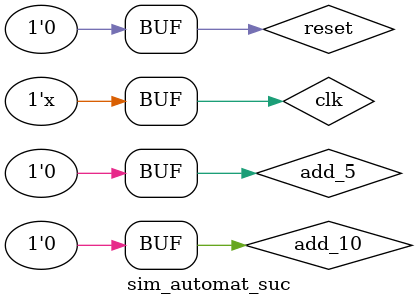
<source format=v>
`timescale 1ns / 1ps


module sim_automat_suc();
    reg clk, reset, add_5, add_10;
    wire suc, rest_6, rest_1;
    
    automat_suc auto(clk, reset, add_5, add_10, suc, rest_6, rest_1);
    
    initial begin
        #10 clk = 1; reset = 1;
        #10 reset = 0; add_5 = 1; add_10 = 0;
        #10 add_5 = 0;
        #60 add_10 = 1;
        #10 add_10 = 0;
    end
    
    always #10 clk = ~clk;
endmodule

</source>
